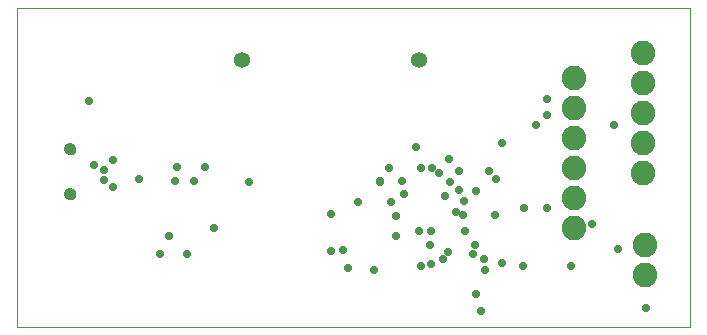
<source format=gbs>
G75*
G70*
%OFA0B0*%
%FSLAX24Y24*%
%IPPOS*%
%LPD*%
%AMOC8*
5,1,8,0,0,1.08239X$1,22.5*
%
%ADD10C,0.0000*%
%ADD11C,0.0415*%
%ADD12C,0.0535*%
%ADD13C,0.0820*%
%ADD14C,0.0280*%
D10*
X001213Y000274D02*
X001213Y010904D01*
X023654Y010904D01*
X023654Y000274D01*
X001213Y000274D01*
X002834Y004707D02*
X002836Y004732D01*
X002842Y004757D01*
X002851Y004781D01*
X002864Y004803D01*
X002881Y004823D01*
X002900Y004840D01*
X002921Y004854D01*
X002945Y004864D01*
X002969Y004871D01*
X002995Y004874D01*
X003020Y004873D01*
X003045Y004868D01*
X003069Y004859D01*
X003092Y004847D01*
X003112Y004832D01*
X003130Y004813D01*
X003145Y004792D01*
X003156Y004769D01*
X003164Y004745D01*
X003168Y004720D01*
X003168Y004694D01*
X003164Y004669D01*
X003156Y004645D01*
X003145Y004622D01*
X003130Y004601D01*
X003112Y004582D01*
X003092Y004567D01*
X003069Y004555D01*
X003045Y004546D01*
X003020Y004541D01*
X002995Y004540D01*
X002969Y004543D01*
X002945Y004550D01*
X002921Y004560D01*
X002900Y004574D01*
X002881Y004591D01*
X002864Y004611D01*
X002851Y004633D01*
X002842Y004657D01*
X002836Y004682D01*
X002834Y004707D01*
X002834Y006203D02*
X002836Y006228D01*
X002842Y006253D01*
X002851Y006277D01*
X002864Y006299D01*
X002881Y006319D01*
X002900Y006336D01*
X002921Y006350D01*
X002945Y006360D01*
X002969Y006367D01*
X002995Y006370D01*
X003020Y006369D01*
X003045Y006364D01*
X003069Y006355D01*
X003092Y006343D01*
X003112Y006328D01*
X003130Y006309D01*
X003145Y006288D01*
X003156Y006265D01*
X003164Y006241D01*
X003168Y006216D01*
X003168Y006190D01*
X003164Y006165D01*
X003156Y006141D01*
X003145Y006118D01*
X003130Y006097D01*
X003112Y006078D01*
X003092Y006063D01*
X003069Y006051D01*
X003045Y006042D01*
X003020Y006037D01*
X002995Y006036D01*
X002969Y006039D01*
X002945Y006046D01*
X002921Y006056D01*
X002900Y006070D01*
X002881Y006087D01*
X002864Y006107D01*
X002851Y006129D01*
X002842Y006153D01*
X002836Y006178D01*
X002834Y006203D01*
D11*
X003001Y006203D03*
X003001Y004707D03*
D12*
X008725Y009181D03*
X014632Y009162D03*
D13*
X019796Y008581D03*
X019796Y007581D03*
X019796Y006581D03*
X019796Y005581D03*
X019796Y004581D03*
X019796Y003581D03*
X022158Y003006D03*
X022158Y002006D03*
X022080Y005408D03*
X022080Y006408D03*
X022080Y007408D03*
X022080Y008408D03*
X022080Y009408D03*
D14*
X018893Y007875D03*
X018893Y007354D03*
X018511Y007021D03*
X017394Y006416D03*
X016944Y005472D03*
X017192Y005218D03*
X016532Y004799D03*
X016107Y004466D03*
X015963Y004825D03*
X015640Y005111D03*
X015283Y005413D03*
X015061Y005565D03*
X014680Y005562D03*
X014052Y005125D03*
X014107Y004707D03*
X013681Y004445D03*
X013849Y003974D03*
X014619Y003479D03*
X015013Y003479D03*
X014985Y003003D03*
X015572Y002758D03*
X015423Y002525D03*
X015022Y002371D03*
X014678Y002321D03*
X013103Y002164D03*
X012237Y002243D03*
X012080Y002833D03*
X011686Y002794D03*
X013849Y003295D03*
X015855Y004123D03*
X016089Y004016D03*
X016152Y003478D03*
X016473Y002995D03*
X016409Y002703D03*
X016770Y002528D03*
X016818Y002169D03*
X017394Y002400D03*
X018071Y002315D03*
X019673Y002315D03*
X021246Y002871D03*
X020401Y003717D03*
X018875Y004251D03*
X018104Y004251D03*
X017161Y004012D03*
X015479Y004645D03*
X015957Y005478D03*
X015623Y005865D03*
X014523Y006264D03*
X013603Y005562D03*
X013308Y005125D03*
X013308Y005113D03*
X012580Y004445D03*
X011699Y004046D03*
X008939Y005113D03*
X007474Y005599D03*
X007135Y005129D03*
X006497Y005129D03*
X006540Y005599D03*
X005269Y005195D03*
X004402Y004951D03*
X004104Y005188D03*
X004104Y005492D03*
X003772Y005668D03*
X004402Y005825D03*
X003615Y007794D03*
X007788Y003581D03*
X006883Y002715D03*
X006292Y003306D03*
X005977Y002715D03*
X016502Y001385D03*
X016678Y000810D03*
X022185Y000917D03*
X022185Y001971D03*
X021109Y007021D03*
M02*

</source>
